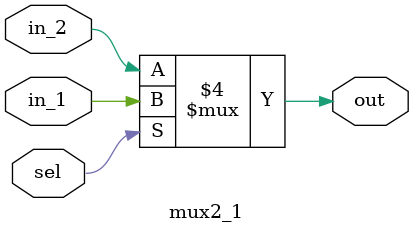
<source format=v>
module mux2_1
(
    input wire [0:0] in_1,
    input wire [0:0] in_2,
    input wire [0:0] sel,
    output reg [0:0] out
);

always@(*)
    if(sel == 1'b1)
        out = in_1;
    else
        out = in_2;
endmodule

</source>
